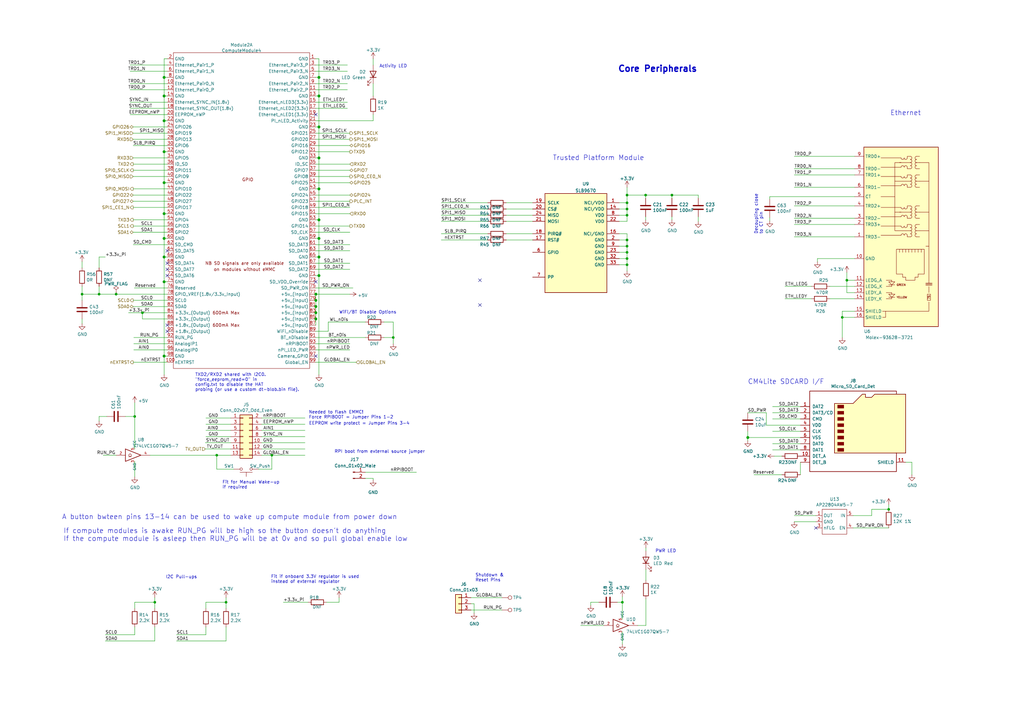
<source format=kicad_sch>
(kicad_sch (version 20211123) (generator eeschema)
  (paper "A3")
  (title_block (title "Yak") (date "2022-02-01") (rev "2") (company "Pionix GmbH") (comment 1 "Cornelius Claussen"))
  (junction (at 364.49 208.915))
  (junction (at 67.31 105.41) (diameter 1.016))
  (junction (at 67.31 74.93) (diameter 1.016))
  (junction (at 130.81 97.79) (diameter 1.016))
  (junction (at 67.31 97.79) (diameter 1.016))
  (junction (at 306.705 179.451) (diameter 1.016))
  (junction (at 63.5 247.015))
  (junction (at 55.245 170.815))
  (junction (at 129.54 125.73) (diameter 1.016))
  (junction (at 130.81 31.75) (diameter 1.016))
  (junction (at 347.345 114.935))
  (junction (at 275.59 80.01))
  (junction (at 130.81 39.37) (diameter 1.016))
  (junction (at 130.81 52.07) (diameter 1.016))
  (junction (at 257.175 83.185))
  (junction (at 130.81 113.03) (diameter 1.016))
  (junction (at 67.31 62.23) (diameter 1.016))
  (junction (at 92.71 247.015))
  (junction (at 130.81 77.47) (diameter 1.016))
  (junction (at 67.31 87.63) (diameter 1.016))
  (junction (at 257.175 103.505))
  (junction (at 257.175 85.725))
  (junction (at 257.175 88.265))
  (junction (at 67.31 49.53) (diameter 1.016))
  (junction (at 67.31 39.37) (diameter 1.016))
  (junction (at 129.54 123.19) (diameter 1.016))
  (junction (at 111.506 186.69))
  (junction (at 255.27 247.015))
  (junction (at 67.31 115.57) (diameter 1.016))
  (junction (at 257.175 100.965))
  (junction (at 58.42 128.27))
  (junction (at 67.31 31.75) (diameter 1.016))
  (junction (at 257.175 108.585))
  (junction (at 33.655 120.65))
  (junction (at 129.54 120.65) (diameter 1.016))
  (junction (at 130.81 64.77) (diameter 1.016))
  (junction (at 129.54 128.27) (diameter 1.016))
  (junction (at 88.9 186.69))
  (junction (at 257.175 106.045))
  (junction (at 345.44 130.175))
  (junction (at 161.29 138.43))
  (junction (at 257.175 98.425))
  (junction (at 40.64 120.65))
  (junction (at 47.625 120.65))
  (junction (at 67.31 146.05) (diameter 1.016))
  (junction (at 257.175 80.01))
  (junction (at 129.54 130.81) (diameter 1.016))
  (junction (at 130.81 105.41) (diameter 1.016))
  (junction (at 264.795 80.01))
  (junction (at 130.81 90.17) (diameter 1.016))
  (no_connect (at 68.58 110.49))
  (no_connect (at 196.85 114.935))
  (no_connect (at 196.85 125.095))
  (no_connect (at 129.54 146.05))
  (no_connect (at 68.58 102.87))
  (no_connect (at 334.645 216.535))
  (no_connect (at 68.58 107.95))
  (no_connect (at 68.58 133.35))
  (no_connect (at 68.58 135.89))
  (no_connect (at 129.54 115.57))
  (no_connect (at 129.54 46.99))
  (no_connect (at 68.58 113.03))
  (wire (pts (xy 255.27 244.729) (xy 255.27 247.015)))
  (wire (pts (xy 33.655 117.475) (xy 33.655 120.65)))
  (wire (pts (xy 129.54 85.09) (xy 143.51 85.09)))
  (wire (pts (xy 129.54 120.65) (xy 143.51 120.65)))
  (wire (pts (xy 84.201 184.15) (xy 94.615 184.15)))
  (wire (pts (xy 67.31 74.93) (xy 68.58 74.93)))
  (wire (pts (xy 54.61 125.73) (xy 68.58 125.73)))
  (wire (pts (xy 40.64 105.41) (xy 40.64 109.855)))
  (wire (pts (xy 129.54 64.77) (xy 130.81 64.77)))
  (wire (pts (xy 264.922 233.5784) (xy 264.922 238.0234)))
  (wire (pts (xy 129.54 52.07) (xy 130.81 52.07)))
  (wire (pts (xy 207.645 98.425) (xy 218.44 98.425)))
  (wire (pts (xy 107.315 171.45) (xy 125.095 171.45)))
  (wire (pts (xy 53.34 29.21) (xy 68.58 29.21)))
  (wire (pts (xy 130.81 90.17) (xy 130.81 97.79)))
  (wire (pts (xy 130.81 77.47) (xy 130.81 90.17)))
  (wire (pts (xy 153.035 26.67) (xy 153.035 24.13)))
  (wire (pts (xy 129.54 87.63) (xy 143.51 87.63)))
  (wire (pts (xy 47.625 120.65) (xy 68.58 120.65)))
  (wire (pts (xy 207.645 95.885) (xy 218.44 95.885)))
  (wire (pts (xy 317.5 187.071) (xy 320.675 187.071)))
  (wire (pts (xy 53.34 26.67) (xy 68.58 26.67)))
  (wire (pts (xy 340.36 117.475) (xy 350.52 117.475)))
  (wire (pts (xy 67.31 49.53) (xy 67.31 62.23)))
  (wire (pts (xy 129.54 44.45) (xy 142.494 44.45)))
  (wire (pts (xy 207.645 83.185) (xy 218.44 83.185)))
  (wire (pts (xy 129.54 118.11) (xy 144.78 118.11)))
  (wire (pts (xy 255.27 247.015) (xy 255.27 254)))
  (wire (pts (xy 88.9 192.405) (xy 95.885 192.405)))
  (wire (pts (xy 54.61 69.85) (xy 68.58 69.85)))
  (wire (pts (xy 33.655 120.65) (xy 40.64 120.65)))
  (wire (pts (xy 306.705 169.291) (xy 314.325 169.291)))
  (wire (pts (xy 194.437 247.65) (xy 194.437 251.46)))
  (wire (pts (xy 143.51 107.95) (xy 129.54 107.95)))
  (wire (pts (xy 129.54 113.03) (xy 130.81 113.03)))
  (wire (pts (xy 334.645 213.995) (xy 325.755 213.995)))
  (wire (pts (xy 43.18 105.41) (xy 40.64 105.41)))
  (wire (pts (xy 67.31 97.79) (xy 67.31 105.41)))
  (wire (pts (xy 129.54 41.91) (xy 142.494 41.91)))
  (wire (pts (xy 275.59 88.9) (xy 275.59 90.17)))
  (wire (pts (xy 328.295 189.611) (xy 328.295 194.691)))
  (wire (pts (xy 153.035 49.53) (xy 153.035 46.99)))
  (wire (pts (xy 349.885 211.455) (xy 357.505 211.455)))
  (wire (pts (xy 180.975 83.185) (xy 200.025 83.185)))
  (wire (pts (xy 67.31 62.23) (xy 68.58 62.23)))
  (wire (pts (xy 88.9 192.405) (xy 88.9 186.69)))
  (wire (pts (xy 116.205 247.015) (xy 126.365 247.015)))
  (wire (pts (xy 334.645 211.455) (xy 325.755 211.455)))
  (wire (pts (xy 54.61 80.01) (xy 68.58 80.01)))
  (wire (pts (xy 67.31 146.05) (xy 67.31 153.67)))
  (wire (pts (xy 129.54 29.21) (xy 142.494 29.21)))
  (wire (pts (xy 129.54 54.61) (xy 143.51 54.61)))
  (wire (pts (xy 67.31 87.63) (xy 67.31 97.79)))
  (wire (pts (xy 67.31 105.41) (xy 68.58 105.41)))
  (wire (pts (xy 42.291 186.69) (xy 47.625 186.69)))
  (wire (pts (xy 130.81 24.13) (xy 130.81 31.75)))
  (wire (pts (xy 129.54 57.15) (xy 143.51 57.15)))
  (wire (pts (xy 54.864 143.51) (xy 68.58 143.51)))
  (wire (pts (xy 143.51 95.25) (xy 129.54 95.25)))
  (wire (pts (xy 328.295 169.291) (xy 316.865 169.291)))
  (wire (pts (xy 58.42 128.27) (xy 68.58 128.27)))
  (wire (pts (xy 54.61 92.71) (xy 68.58 92.71)))
  (wire (pts (xy 325.755 71.755) (xy 350.52 71.755)))
  (wire (pts (xy 84.201 181.61) (xy 94.615 181.61)))
  (wire (pts (xy 325.755 69.215) (xy 350.52 69.215)))
  (wire (pts (xy 193.167 247.65) (xy 194.437 247.65)))
  (wire (pts (xy 84.455 179.07) (xy 94.615 179.07)))
  (wire (pts (xy 180.975 88.265) (xy 200.025 88.265)))
  (wire (pts (xy 53.34 34.29) (xy 68.58 34.29)))
  (wire (pts (xy 264.922 245.6434) (xy 264.922 256.54)))
  (wire (pts (xy 242.316 247.015) (xy 245.618 247.015)))
  (wire (pts (xy 242.316 248.285) (xy 242.316 247.015)))
  (wire (pts (xy 129.54 69.85) (xy 143.51 69.85)))
  (wire (pts (xy 129.54 26.67) (xy 142.494 26.67)))
  (wire (pts (xy 257.175 88.265) (xy 257.175 85.725)))
  (wire (pts (xy 254 88.265) (xy 257.175 88.265)))
  (wire (pts (xy 52.705 128.27) (xy 58.42 128.27)))
  (wire (pts (xy 67.31 115.57) (xy 68.58 115.57)))
  (wire (pts (xy 325.755 64.135) (xy 350.52 64.135)))
  (wire (pts (xy 43.18 260.35) (xy 55.245 260.35)))
  (wire (pts (xy 55.245 257.175) (xy 55.245 260.35)))
  (wire (pts (xy 84.455 171.45) (xy 94.615 171.45)))
  (wire (pts (xy 328.295 184.531) (xy 316.865 184.531)))
  (wire (pts (xy 129.54 128.27) (xy 129.54 130.81)))
  (wire (pts (xy 129.54 148.59) (xy 146.05 148.59)))
  (wire (pts (xy 129.54 80.01) (xy 143.51 80.01)))
  (wire (pts (xy 130.81 31.75) (xy 130.81 39.37)))
  (wire (pts (xy 193.167 250.19) (xy 205.867 250.19)))
  (wire (pts (xy 315.722 80.645) (xy 350.52 80.645)))
  (wire (pts (xy 106.045 192.405) (xy 111.506 192.405)))
  (wire (pts (xy 111.506 192.405) (xy 111.506 186.69)))
  (wire (pts (xy 129.54 102.87) (xy 143.51 102.87)))
  (wire (pts (xy 54.61 59.69) (xy 68.58 59.69)))
  (wire (pts (xy 139.065 245.11) (xy 139.065 247.015)))
  (wire (pts (xy 139.065 247.015) (xy 133.985 247.015)))
  (wire (pts (xy 54.61 90.17) (xy 68.58 90.17)))
  (wire (pts (xy 54.61 57.15) (xy 68.58 57.15)))
  (wire (pts (xy 58.42 130.81) (xy 68.58 130.81)))
  (wire (pts (xy 47.625 120.015) (xy 47.625 120.65)))
  (wire (pts (xy 53.34 46.99) (xy 68.58 46.99)))
  (wire (pts (xy 54.61 82.55) (xy 68.58 82.55)))
  (wire (pts (xy 68.58 146.05) (xy 67.31 146.05)))
  (wire (pts (xy 111.506 186.69) (xy 125.095 186.69)))
  (wire (pts (xy 107.315 186.69) (xy 111.506 186.69)))
  (wire (pts (xy 130.81 113.03) (xy 130.81 153.67)))
  (wire (pts (xy 315.722 80.645) (xy 315.722 81.661)))
  (wire (pts (xy 315.722 89.281) (xy 315.722 90.551)))
  (wire (pts (xy 129.54 34.29) (xy 142.494 34.29)))
  (wire (pts (xy 67.31 87.63) (xy 68.58 87.63)))
  (wire (pts (xy 180.975 85.725) (xy 200.025 85.725)))
  (wire (pts (xy 349.885 216.535) (xy 364.49 216.535)))
  (wire (pts (xy 54.61 148.59) (xy 68.58 148.59)))
  (wire (pts (xy 107.315 173.99) (xy 125.095 173.99)))
  (wire (pts (xy 107.315 181.61) (xy 125.095 181.61)))
  (wire (pts (xy 54.61 52.07) (xy 68.58 52.07)))
  (wire (pts (xy 347.345 120.015) (xy 347.345 114.935)))
  (wire (pts (xy 350.52 120.015) (xy 347.345 120.015)))
  (wire (pts (xy 67.31 31.75) (xy 67.31 39.37)))
  (wire (pts (xy 129.54 82.55) (xy 143.51 82.55)))
  (wire (pts (xy 254 90.805) (xy 257.175 90.805)))
  (wire (pts (xy 257.175 90.805) (xy 257.175 88.265)))
  (wire (pts (xy 153.035 196.215) (xy 153.035 196.85)))
  (wire (pts (xy 55.245 165.1762) (xy 55.245 170.815)))
  (wire (pts (xy 55.245 170.815) (xy 55.245 184.15)))
  (wire (pts (xy 207.645 88.265) (xy 218.44 88.265)))
  (wire (pts (xy 340.36 122.555) (xy 350.52 122.555)))
  (wire (pts (xy 129.54 77.47) (xy 130.81 77.47)))
  (wire (pts (xy 130.81 64.77) (xy 130.81 77.47)))
  (wire (pts (xy 84.455 173.99) (xy 94.615 173.99)))
  (wire (pts (xy 54.864 138.43) (xy 68.58 138.43)))
  (wire (pts (xy 92.71 245.11) (xy 92.71 247.015)))
  (wire (pts (xy 345.44 127.635) (xy 345.44 130.175)))
  (wire (pts (xy 350.52 127.635) (xy 345.44 127.635)))
  (wire (pts (xy 54.61 64.77) (xy 68.58 64.77)))
  (wire (pts (xy 54.61 72.39) (xy 68.58 72.39)))
  (wire (pts (xy 364.49 208.915) (xy 357.505 208.915)))
  (wire (pts (xy 129.54 123.19) (xy 129.54 125.73)))
  (wire (pts (xy 68.58 39.37) (xy 67.31 39.37)))
  (wire (pts (xy 254 103.505) (xy 257.175 103.505)))
  (wire (pts (xy 257.175 103.505) (xy 257.175 106.045)))
  (wire (pts (xy 238.125 256.54) (xy 247.65 256.54)))
  (wire (pts (xy 254 85.725) (xy 257.175 85.725)))
  (wire (pts (xy 257.175 85.725) (xy 257.175 83.185)))
  (wire (pts (xy 129.54 74.93) (xy 143.51 74.93)))
  (wire (pts (xy 264.795 88.9) (xy 264.795 90.17)))
  (wire (pts (xy 68.58 24.13) (xy 67.31 24.13)))
  (wire (pts (xy 129.54 62.23) (xy 143.51 62.23)))
  (wire (pts (xy 180.975 95.885) (xy 200.025 95.885)))
  (wire (pts (xy 33.655 123.19) (xy 33.655 120.65)))
  (wire (pts (xy 129.54 92.71) (xy 143.51 92.71)))
  (wire (pts (xy 149.86 193.675) (xy 170.815 193.675)))
  (wire (pts (xy 207.645 85.725) (xy 218.44 85.725)))
  (wire (pts (xy 374.015 189.611) (xy 374.015 194.691)))
  (wire (pts (xy 325.755 92.075) (xy 350.52 92.075)))
  (wire (pts (xy 129.54 90.17) (xy 130.81 90.17)))
  (wire (pts (xy 180.975 90.805) (xy 200.025 90.805)))
  (wire (pts (xy 264.795 80.01) (xy 257.175 80.01)))
  (wire (pts (xy 264.795 81.28) (xy 264.795 80.01)))
  (wire (pts (xy 264.922 224.6884) (xy 264.922 225.9584)))
  (wire (pts (xy 130.81 52.07) (xy 130.81 64.77)))
  (wire (pts (xy 129.54 72.39) (xy 143.51 72.39)))
  (wire (pts (xy 129.54 49.53) (xy 153.035 49.53)))
  (wire (pts (xy 286.385 88.9) (xy 286.385 90.805)))
  (wire (pts (xy 43.18 262.89) (xy 63.5 262.89)))
  (wire (pts (xy 63.5 257.175) (xy 63.5 262.89)))
  (wire (pts (xy 254 106.045) (xy 257.175 106.045)))
  (wire (pts (xy 257.175 108.585) (xy 257.175 111.125)))
  (wire (pts (xy 257.175 106.045) (xy 257.175 108.585)))
  (wire (pts (xy 306.705 176.911) (xy 306.705 179.451)))
  (wire (pts (xy 275.59 80.01) (xy 286.385 80.01)))
  (wire (pts (xy 264.795 80.01) (xy 275.59 80.01)))
  (wire (pts (xy 286.385 81.28) (xy 286.385 80.01)))
  (wire (pts (xy 54.864 140.97) (xy 68.58 140.97)))
  (wire (pts (xy 107.315 176.53) (xy 125.095 176.53)))
  (wire (pts (xy 364.49 207.01) (xy 364.49 208.915)))
  (wire (pts (xy 134.62 132.08) (xy 149.86 132.08)))
  (wire (pts (xy 134.62 135.89) (xy 134.62 132.08)))
  (wire (pts (xy 129.54 39.37) (xy 130.81 39.37)))
  (wire (pts (xy 43.815 170.815) (xy 40.64 170.815)))
  (wire (pts (xy 40.64 170.815) (xy 40.64 172.72)))
  (wire (pts (xy 33.655 130.81) (xy 33.655 132.715)))
  (wire (pts (xy 55.0672 118.11) (xy 68.58 118.11)))
  (wire (pts (xy 67.31 39.37) (xy 67.31 49.53)))
  (wire (pts (xy 321.945 122.555) (xy 332.74 122.555)))
  (wire (pts (xy 161.29 138.43) (xy 161.29 140.97)))
  (wire (pts (xy 157.48 138.43) (xy 161.29 138.43)))
  (wire (pts (xy 54.61 67.31) (xy 68.58 67.31)))
  (wire (pts (xy 143.51 100.33) (xy 129.54 100.33)))
  (wire (pts (xy 371.475 189.611) (xy 374.015 189.611)))
  (wire (pts (xy 149.86 196.215) (xy 153.035 196.215)))
  (wire (pts (xy 325.755 97.155) (xy 350.52 97.155)))
  (wire (pts (xy 328.295 174.371) (xy 314.325 174.371)))
  (wire (pts (xy 129.54 143.51) (xy 143.51 143.51)))
  (wire (pts (xy 253.238 247.015) (xy 255.27 247.015)))
  (wire (pts (xy 130.81 97.79) (xy 130.81 105.41)))
  (wire (pts (xy 61.595 186.69) (xy 88.9 186.69)))
  (wire (pts (xy 67.31 115.57) (xy 67.31 146.05)))
  (wire (pts (xy 325.755 84.455) (xy 350.52 84.455)))
  (wire (pts (xy 53.34 44.45) (xy 68.58 44.45)))
  (wire (pts (xy 129.54 120.65) (xy 129.54 123.19)))
  (wire (pts (xy 130.81 39.37) (xy 130.81 52.07)))
  (wire (pts (xy 54.61 100.33) (xy 68.58 100.33)))
  (wire (pts (xy 345.44 138.43) (xy 345.44 130.175)))
  (wire (pts (xy 345.44 130.175) (xy 350.52 130.175)))
  (wire (pts (xy 88.9 186.69) (xy 94.615 186.69)))
  (wire (pts (xy 58.42 130.81) (xy 58.42 128.27)))
  (wire (pts (xy 328.295 176.911) (xy 316.865 176.911)))
  (wire (pts (xy 68.58 31.75) (xy 67.31 31.75)))
  (wire (pts (xy 316.865 181.991) (xy 328.295 181.991)))
  (wire (pts (xy 193.167 245.11) (xy 205.867 245.11)))
  (wire (pts (xy 180.975 98.425) (xy 200.025 98.425)))
  (wire (pts (xy 54.61 54.61) (xy 68.58 54.61)))
  (wire (pts (xy 129.54 140.97) (xy 143.51 140.97)))
  (wire (pts (xy 207.645 90.805) (xy 218.44 90.805)))
  (wire (pts (xy 40.64 120.65) (xy 47.625 120.65)))
  (wire (pts (xy 67.31 105.41) (xy 67.31 115.57)))
  (wire (pts (xy 357.505 208.915) (xy 357.505 211.455)))
  (wire (pts (xy 129.54 59.69) (xy 143.51 59.69)))
  (wire (pts (xy 129.54 135.89) (xy 134.62 135.89)))
  (wire (pts (xy 314.325 174.371) (xy 314.325 169.291)))
  (wire (pts (xy 335.28 106.045) (xy 350.52 106.045)))
  (wire (pts (xy 335.28 107.315) (xy 335.28 106.045)))
  (wire (pts (xy 107.315 184.15) (xy 125.095 184.15)))
  (wire (pts (xy 84.455 257.175) (xy 84.455 260.35)))
  (wire (pts (xy 129.54 138.43) (xy 149.86 138.43)))
  (wire (pts (xy 55.245 189.23) (xy 55.245 195.58)))
  (wire (pts (xy 129.54 125.73) (xy 129.54 128.27)))
  (wire (pts (xy 129.54 31.75) (xy 130.81 31.75)))
  (wire (pts (xy 54.61 77.47) (xy 68.58 77.47)))
  (wire (pts (xy 129.54 105.41) (xy 130.81 105.41)))
  (wire (pts (xy 129.54 110.49) (xy 143.51 110.49)))
  (wire (pts (xy 107.315 179.07) (xy 125.095 179.07)))
  (wire (pts (xy 40.64 117.475) (xy 40.64 120.65)))
  (wire (pts (xy 72.39 262.89) (xy 92.71 262.89)))
  (wire (pts (xy 255.27 259.08) (xy 255.27 264.16)))
  (wire (pts (xy 309.245 194.691) (xy 320.675 194.691)))
  (wire (pts (xy 129.54 67.31) (xy 143.51 67.31)))
  (wire (pts (xy 53.34 41.91) (xy 68.58 41.91)))
  (wire (pts (xy 306.705 179.451) (xy 306.705 180.721)))
  (wire (pts (xy 321.945 117.475) (xy 332.74 117.475)))
  (wire (pts (xy 55.245 249.555) (xy 55.245 247.015)))
  (wire (pts (xy 63.5 247.015) (xy 63.5 249.555)))
  (wire (pts (xy 55.245 247.015) (xy 63.5 247.015)))
  (wire (pts (xy 63.5 245.11) (xy 63.5 247.015)))
  (wire (pts (xy 347.345 111.76) (xy 347.345 114.935)))
  (wire (pts (xy 347.345 114.935) (xy 350.52 114.935)))
  (wire (pts (xy 67.31 49.53) (xy 68.58 49.53)))
  (wire (pts (xy 257.175 83.185) (xy 254 83.185)))
  (wire (pts (xy 257.175 80.01) (xy 257.175 83.185)))
  (wire (pts (xy 257.175 76.835) (xy 257.175 80.01)))
  (wire (pts (xy 129.54 97.79) (xy 130.81 97.79)))
  (wire (pts (xy 261.62 256.54) (xy 264.922 256.54)))
  (wire (pts (xy 54.61 95.25) (xy 68.58 95.25)))
  (wire (pts (xy 316.865 171.831) (xy 328.295 171.831)))
  (wire (pts (xy 92.71 247.015) (xy 92.71 249.555)))
  (wire (pts (xy 67.31 62.23) (xy 67.31 74.93)))
  (wire (pts (xy 129.54 130.81) (xy 129.54 133.35)))
  (wire (pts (xy 129.54 24.13) (xy 130.81 24.13)))
  (wire (pts (xy 157.48 132.08) (xy 161.29 132.08)))
  (wire (pts (xy 161.29 132.08) (xy 161.29 138.43)))
  (wire (pts (xy 129.54 36.83) (xy 142.494 36.83)))
  (wire (pts (xy 254 108.585) (xy 257.175 108.585)))
  (wire (pts (xy 316.865 166.751) (xy 328.295 166.751)))
  (wire (pts (xy 84.455 247.015) (xy 92.71 247.015)))
  (wire (pts (xy 72.39 260.35) (xy 84.455 260.35)))
  (wire (pts (xy 325.755 76.835) (xy 350.52 76.835)))
  (wire (pts (xy 84.455 249.555) (xy 84.455 247.015)))
  (wire (pts (xy 67.31 74.93) (xy 67.31 87.63)))
  (wire (pts (xy 325.755 89.535) (xy 350.52 89.535)))
  (wire (pts (xy 257.175 98.425) (xy 257.175 100.965)))
  (wire (pts (xy 254 98.425) (xy 257.175 98.425)))
  (wire (pts (xy 67.31 24.13) (xy 67.31 31.75)))
  (wire (pts (xy 54.61 85.09) (xy 68.58 85.09)))
  (wire (pts (xy 254 95.885) (xy 257.175 95.885)))
  (wire (pts (xy 257.175 95.885) (xy 257.175 98.425)))
  (wire (pts (xy 130.81 105.41) (xy 130.81 113.03)))
  (wire (pts (xy 51.435 170.815) (xy 55.245 170.815)))
  (wire (pts (xy 254 100.965) (xy 257.175 100.965)))
  (wire (pts (xy 257.175 100.965) (xy 257.175 103.505)))
  (wire (pts (xy 67.31 97.79) (xy 68.58 97.79)))
  (wire (pts (xy 84.455 176.53) (xy 94.615 176.53)))
  (wire (pts (xy 275.59 81.28) (xy 275.59 80.01)))
  (wire (pts (xy 92.71 257.175) (xy 92.71 262.89)))
  (wire (pts (xy 53.34 36.83) (xy 68.58 36.83)))
  (wire (pts (xy 33.655 107.315) (xy 33.655 109.855)))
  (wire (pts (xy 306.705 179.451) (xy 328.295 179.451)))
  (wire (pts (xy 153.035 34.29) (xy 153.035 39.37)))
  (wire (pts (xy 54.61 123.19) (xy 68.58 123.19)))
  (text "A button bwteen pins 13-14 can be used to wake up compute module from power down\n\n" (at 25.4 216.535 0) (effects (font (size 2.007 2.007)) (justify left bottom)))
  (text "Activity LED" (at 155.575 27.94 0) (effects (font (size 1.27 1.27)) (justify left bottom)))
  (text "Ethernet" (at 365.125 47.625 0) (effects (font (size 2.0066 2.0066)) (justify left bottom)))
  (text "Fit for Manual Wake-up \nif required" (at 91.186 200.66 0) (effects (font (size 1.27 1.27)) (justify left bottom)))
  (text "WiFi/BT Disable Options" (at 139.065 128.905 0) (effects (font (size 1.27 1.27)) (justify left bottom)))
  (text "I2C Pull-ups" (at 67.945 237.49 0) (effects (font (size 1.27 1.27)) (justify left bottom)))
  (text "TXD2/RXD2 shared with I2C0.  \n\"force_eeprom_read=0\" in \nconfig.txt to disable the HAT \nprobing (or use a custom dt-blob.bin file).\n" (at 80.01 160.655 0) (effects (font (size 1.27 1.27)) (justify left bottom)))
  (text "EEPROM write protect = Jumper Pins 3-4\n\n" (at 168.021 176.53 180) (effects (font (size 1.27 1.27)) (justify right bottom)))
  (text "If compute modules is awake RUN_PG will be high so the button doesn't do anything\nIf the compute module is asleep then RUN_PG will be at 0v and so pull global enable low" (at 26.035 222.25 0) (effects (font (size 2.007 2.007)) (justify left bottom)))
  (text "Fit if onboard 3.3V regulator is used \ninstead of external regulator" (at 111.125 239.395 0) (effects (font (size 1.27 1.27)) (justify left bottom)))
  (text "Decoupling close \nto CT pin" (at 312.928 96.139 90) (effects (font (size 1.27 1.27)) (justify left bottom)))
  (text "RPI boot from external source jumper" (at 137.16 186.055 0) (effects (font (size 1.27 1.27)) (justify left bottom)))
  (text "CM4Lite SDCARD I/F" (at 306.705 157.861 0) (effects (font (size 2.007 2.007)) (justify left bottom)))
  (text "Needed to flash EMMC!\nForce RPIBOOT = Jumper Pins 1-2 \n" (at 126.619 171.958 0) (effects (font (size 1.27 1.27)) (justify left bottom)))
  (text "Core Peripherals" (at 253.365 29.845 0) (effects (font (size 2.54 2.54) (thickness 0.508) bold) (justify left bottom)))
  (text "Shutdown & \nReset Pins" (at 194.945 238.76 0) (effects (font (size 1.27 1.27)) (justify left bottom)))
  (text "Trusted Platform Module" (at 226.695 66.04 0) (effects (font (size 2.0066 2.0066)) (justify left bottom)))
  (text "PWR LED" (at 268.732 226.822 0) (effects (font (size 1.27 1.27)) (justify left bottom)))
  (label "SD_DAT3" (at 140.97 100.33 180))
  (label "TRD1_N" (at 325.755 76.835 0))
  (label "AIN0" (at 89.535 176.53 180))
  (label "+3.3v_Pi" (at 52.705 128.27 0))
  (label "SLB_PIRQ" (at 182.245 95.885 0))
  (label "SYNC_OUT" (at 94.107 181.61 180))
  (label "SD_PWR_ON" (at 132.08 118.11 0))
  (label "ETH_LEDG" (at 321.945 117.475 0))
  (label "TRD0_P" (at 325.755 64.135 0))
  (label "nEXTRST" (at 182.245 98.425 0))
  (label "SDA1" (at 72.39 262.89 0))
  (label "Reserved" (at 317.5 194.691 180))
  (label "SD_DAT1" (at 319.405 184.531 0))
  (label "BT_nDis" (at 142.0876 138.43 180))
  (label "nRPIBOOT" (at 143.51 140.97 180))
  (label "SD_CLK" (at 139.7 95.25 180))
  (label "GND" (at 89.535 171.45 180))
  (label "SPI1_SCLK" (at 132.08 54.61 0))
  (label "Reserved" (at 55.245 118.11 0))
  (label "TRD2_P" (at 325.755 84.455 0))
  (label "ETH_LEDY" (at 132.334 41.91 0))
  (label "SD_PWR" (at 325.755 211.455 0))
  (label "SCL0" (at 57.785 123.19 0))
  (label "RUN_PG" (at 205.867 250.19 180))
  (label "SPI1_MISO" (at 180.975 88.265 0))
  (label "SD_DAT3" (at 319.405 169.291 0))
  (label "SCL1" (at 72.39 260.35 0))
  (label "SPI1_MOSI" (at 132.08 57.15 0))
  (label "ETH_LEDY" (at 321.945 122.555 0))
  (label "SD_DAT0" (at 319.405 181.991 0))
  (label "SDA0" (at 57.785 125.73 0))
  (label "TRD0_N" (at 325.755 69.215 0))
  (label "AIN0" (at 61.214 143.51 180))
  (label "WL_nDis" (at 142.875 132.08 180))
  (label "SPI1_MOSI" (at 180.975 90.805 0))
  (label "SD_DAT2" (at 140.97 110.49 180))
  (label "TRD0_N" (at 59.69 34.29 180))
  (label "AIN1" (at 61.214 140.97 180))
  (label "SD_DAT2" (at 319.405 166.751 0))
  (label "SD_DAT1" (at 140.97 107.95 180))
  (label "SYNC_IN" (at 60.96 41.91 180))
  (label "GLOBAL_EN" (at 205.867 245.11 180))
  (label "+3.3v_Pi" (at 116.205 247.015 0))
  (label "SDA0" (at 43.18 262.89 0))
  (label "EEPROM_nWP" (at 120.523 173.99 180))
  (label "GLOBAL_EN" (at 118.491 186.69 180))
  (label "nPWR_LED" (at 238.125 256.54 0))
  (label "GND" (at 89.535 179.07 180))
  (label "SDA1" (at 57.785 95.25 0))
  (label "SPI1_SCLK" (at 180.975 83.185 0))
  (label "SD_PWR" (at 306.705 169.291 0))
  (label "TRD3_N" (at 325.755 97.155 0))
  (label "SLB_PIRQ" (at 54.61 59.69 0))
  (label "SPI1_CE0_N" (at 180.975 85.725 0))
  (label "+3.3v_Pi" (at 43.18 105.41 0))
  (label "SYNC_OUT" (at 62.484 44.45 180))
  (label "TRD1_P" (at 59.69 26.67 180))
  (label "TRD3_P" (at 325.755 92.075 0))
  (label "nRPIBOOT" (at 117.221 171.45 180))
  (label "EEPROM_nWP" (at 65.532 46.99 180))
  (label "TRD2_P" (at 132.334 36.83 0))
  (label "SPI1_CE0_N" (at 143.51 85.09 180))
  (label "SCL1" (at 57.785 92.71 0))
  (label "SD_CMD" (at 319.405 171.831 0))
  (label "TRD3_P" (at 132.334 26.67 0))
  (label "SPI1_MISO" (at 57.15 54.61 0))
  (label "ETH_LEDG" (at 132.334 44.45 0))
  (label "SD_CLK" (at 319.405 176.911 0))
  (label "SD_DAT0" (at 140.97 102.87 180))
  (label "AIN1" (at 112.395 176.53 180))
  (label "SYNC_IN" (at 115.951 179.07 180))
  (label "RUN_PG" (at 65.024 138.43 180))
  (label "GND" (at 111.887 181.61 180))
  (label "nPWR_LED" (at 143.51 143.51 180))
  (label "SCL0" (at 43.18 260.35 0))
  (label "TRD2_N" (at 325.755 89.535 0))
  (label "TRD1_N" (at 59.69 29.21 180))
  (label "TV_OUT" (at 91.567 184.15 180))
  (label "GND" (at 111.887 184.15 180))
  (label "TRD3_N" (at 132.334 29.21 0))
  (label "GLOBAL_EN" (at 143.51 148.59 180))
  (label "GND" (at 89.535 173.99 180))
  (label "TRD2_N" (at 132.334 34.29 0))
  (label "SD_CMD" (at 62.23 100.33 180))
  (label "RUN_PG" (at 47.371 186.69 180))
  (label "SD_PWR_ON" (at 351.155 216.535 0))
  (label "nEXTRST" (at 57.785 148.59 0))
  (label "TRD1_P" (at 325.755 71.755 0))
  (label "TRD0_P" (at 59.69 36.83 180))
  (label "nRPIBOOT" (at 169.545 193.675 180))
  (hierarchical_label "SPI1_CE1_N" (shape output) (at 54.61 85.09 180))
  (hierarchical_label "GPIO26" (shape bidirectional) (at 54.61 52.07 180))
  (hierarchical_label "SPI0_MOSI" (shape output) (at 54.61 77.47 180))
  (hierarchical_label "GPIO27" (shape bidirectional) (at 54.61 82.55 180))
  (hierarchical_label "SCL1" (shape output) (at 54.61 92.71 180))
  (hierarchical_label "TXD3" (shape output) (at 54.61 90.17 180))
  (hierarchical_label "SPI1_SCLK" (shape output) (at 143.51 54.61 0))
  (hierarchical_label "GPIO24" (shape bidirectional) (at 143.51 80.01 0))
  (hierarchical_label "SPI0_MISO" (shape input) (at 54.61 72.39 180))
  (hierarchical_label "RXD5" (shape input) (at 54.61 57.15 180))
  (hierarchical_label "SPI0_CE0_N" (shape output) (at 143.51 72.39 0))
  (hierarchical_label "SDA0" (shape bidirectional) (at 54.61 125.73 180))
  (hierarchical_label "nEXTRST" (shape output) (at 54.61 148.59 180))
  (hierarchical_label "PLC_INT" (shape output) (at 143.51 82.55 0))
  (hierarchical_label "GLOBAL_EN" (shape input) (at 146.05 148.59 0))
  (hierarchical_label "SPI0_SCLK" (shape output) (at 54.61 69.85 180))
  (hierarchical_label "GPIO7" (shape bidirectional) (at 143.51 69.85 0))
  (hierarchical_label "TXD0" (shape output) (at 143.51 92.71 0))
  (hierarchical_label "RXD2" (shape input) (at 143.51 67.31 0))
  (hierarchical_label "TV_OUT" (shape input) (at 84.201 184.15 180))
  (hierarchical_label "RXD3" (shape input) (at 54.61 64.77 180))
  (hierarchical_label "RXD0" (shape input) (at 143.51 87.63 0))
  (hierarchical_label "TXD5" (shape output) (at 143.51 62.23 0))
  (hierarchical_label "SCL0" (shape output) (at 54.61 123.19 180))
  (hierarchical_label "GPIO22" (shape bidirectional) (at 54.61 80.01 180))
  (hierarchical_label "SPI1_MISO" (shape input) (at 54.61 54.61 180))
  (hierarchical_label "GPIO25" (shape bidirectional) (at 143.51 74.93 0))
  (hierarchical_label "SPI1_MOSI" (shape output) (at 143.51 57.15 0))
  (hierarchical_label "TXD2" (shape output) (at 54.61 67.31 180))
  (hierarchical_label "GPIO16" (shape bidirectional) (at 143.51 59.69 0))
  (hierarchical_label "SDA1" (shape bidirectional) (at 54.61 95.25 180))
  (symbol (lib_id "CM4IO:74LVC1G07_copy") (at 255.27 256.54 0) (unit 1)
    (property "Reference" "U10" (at 256.794 254 0) (effects (justify left)))
    (property "Value" "74LVC1G07QW5-7" (at 256.794 259.08 0) (effects (justify left)))
    (property "Footprint" "Package_TO_SOT_SMD:SOT-23-5" (effects hide))
    (property "Datasheet" "http://www.ti.com/lit/sg/scyt129e/scyt129e.pdf" (effects hide))
    (property "Field4" "Digikey" (effects hide))
    (property "Field5" "74LVC1G07QW5-7CT-ND" (effects hide))
    (property "Field6" "74LVC1G07QW5-7" (effects hide))
    (property "Field7" "Diodes" (effects hide))
    (property "Part Description" "Buffer, Non-Inverting 1 Element 1 Bit per Element Open Drain Output SOT-353" (effects hide))
  )
  (symbol (lib_id "CM4IO:74LVC1G07_copy") (at 55.245 186.69 0) (unit 1)
    (property "Reference" "U8" (at 57.785 180.34 0))
    (property "Value" "74LVC1G07QW5-7" (at 64.389 182.88 0))
    (property "Footprint" "Package_TO_SOT_SMD:SOT-23-5" (effects hide))
    (property "Datasheet" "http://www.ti.com/lit/sg/scyt129e/scyt129e.pdf" (effects hide))
    (property "Field4" "Digikey" (effects hide))
    (property "Field5" "74LVC1G07QW5-7CT-ND" (effects hide))
    (property "Field6" "74LVC1G07QW5-7" (effects hide))
    (property "Field7" "Diodes" (effects hide))
    (property "Part Description" "Buffer, Non-Inverting 1 Element 1 Bit per Element Open Drain Output SOT-353" (effects hide))
  )
  (symbol (lib_id "power:GND") (at 55.245 195.58 0) (unit 1)
    (property "Reference" "#PWR052" (effects hide))
    (property "Value" "GND" (at 55.372 199.9742 0))
  )
  (symbol (lib_id "Pionix:AP22804AW5") (at 343.535 221.615 0) (unit 1)
    (property "Reference" "U13" (at 342.265 204.724 0))
    (property "Value" "AP22804AW5-7" (at 342.265 207.0354 0))
    (property "Footprint" "Package_TO_SOT_SMD:SOT-23-5" (effects hide))
    (property "Datasheet" "https://www.richtek.com/assets/product_file/RT9742/DS9742-00.pdf" (effects hide))
    (property "Field4" "Digikey" (effects hide))
    (property "Field5" "AP22804AW5-7DICT-ND" (effects hide))
    (property "Field6" "AP22804AW5-7" (effects hide))
    (property "Field7" "Diodes" (effects hide))
    (property "Part Description" "Power Switch/Driver 1:1 N-Channel 2.5A TSOT-23-5" (effects hide))
  )
  (symbol (lib_id "power:GND") (at 325.755 213.995 0) (unit 1)
    (property "Reference" "#PWR075" (effects hide))
    (property "Value" "GND" (at 325.882 218.3892 0))
  )
  (symbol (lib_id "Pionix:ComputeModule4-CM4") (at 101.6 80.01 0) (unit 1)
    (property "Reference" "Module2" (at 99.06 18.415 0))
    (property "Value" "ComputeModule4" (at 99.06 20.7264 0))
    (property "Footprint" "CM4IO:Raspberry-Pi-4-Compute-Module" (effects hide))
    (property "Field4" "Farnell" (effects hide))
    (property "Field5" "2427679" (effects hide))
    (property "Field6" "2off DF40C-100DS-0.4V" (effects hide))
    (property "Field7" "Hirose" (effects hide))
    (property "Part Description" "100 Position Connector Receptacle, Center Strip Contacts Surface Mount Gold" (effects hide))
  )
  (symbol (lib_id "Device:C") (at 306.705 173.101 0) (unit 1)
    (property "Reference" "C24" (at 309.626 171.9326 0) (effects (justify left)))
    (property "Value" "10uF" (at 309.626 174.244 0) (effects (justify left)))
    (property "Footprint" "Capacitor_SMD:C_0805_2012Metric" (effects hide))
    (property "Field5" "587-3319-1-ND" (effects hide))
    (property "Field4" "Digikey" (effects hide))
    (property "Field6" "EMK212BB7106MG-T" (effects hide))
    (property "Field7" "Taiyo Yuden" (effects hide))
    (property "STANDARD" "10uF 10% 16V Ceramic Capacitor X7R 0805 (2012 Metric)" (effects hide))
  )
  (symbol (lib_id "Device:R") (at 336.55 117.475 90) (mirror x) (unit 1)
    (property "Reference" "R25" (at 337.82 114.935 90))
    (property "Value" "470R" (at 337.185 120.015 90))
    (property "Footprint" "Resistor_SMD:R_0603_1608Metric" (effects hide))
    (property "Field4" "Farnell" (effects hide))
    (property "Field5" "9239197" (effects hide))
    (property "Field7" "Yageo" (effects hide))
    (property "Field6" "RC0402FR-07470RL" (effects hide))
    (property "STANDARD" "Resistor 470R 50V 0402 M1005 1% 63mW" (effects hide))
  )
  (symbol (lib_id "Device:R") (at 336.55 122.555 90) (mirror x) (unit 1)
    (property "Reference" "R26" (at 336.55 127.635 90))
    (property "Value" "470R" (at 336.55 125.095 90))
    (property "Footprint" "Resistor_SMD:R_0603_1608Metric" (effects hide))
    (property "Field4" "Farnell" (effects hide))
    (property "Field5" "9239197" (effects hide))
    (property "Field7" "Yageo" (effects hide))
    (property "Field6" "RC0402FR-07470RL" (effects hide))
    (property "STANDARD" "Resistor 470R 50V 0402 M1005 1% 63mW" (effects hide))
  )
  (symbol (lib_id "power:GND") (at 67.31 153.67 0) (unit 1)
    (property "Reference" "#PWR054" (effects hide))
    (property "Value" "GND" (at 67.437 158.0642 0))
  )
  (symbol (lib_id "power:GND") (at 130.81 153.67 0) (unit 1)
    (property "Reference" "#PWR056" (effects hide))
    (property "Value" "GND" (at 130.937 158.0642 0))
  )
  (symbol (lib_id "Device:LED") (at 153.035 30.48 270) (mirror x) (unit 1)
    (property "Reference" "D2" (at 150.0632 29.4894 90) (effects (justify right)))
    (property "Value" "LED Green" (at 150.0632 31.8008 90) (effects (justify right)))
    (property "Footprint" "LED_SMD:LED_0603_1608Metric" (effects hide))
    (property "Field4" "Digikey " (effects hide))
    (property "Field5" "LTST-S270KGKT" (effects hide))
    (property "Field6" "SML-A12M8TT86N" (effects hide))
    (property "Field7" "Rohm" (effects hide))
    (property "Part Description" "Green 572nm LED Indication - Discrete 2.2V 2-SMD, No Lead" (effects hide))
  )
  (symbol (lib_id "Device:R") (at 153.035 43.18 0) (unit 1)
    (property "Reference" "R19" (at 154.813 42.0116 0) (effects (justify left)))
    (property "Value" "1K" (at 154.813 44.323 0) (effects (justify left)))
    (property "Footprint" "Resistor_SMD:R_0603_1608Metric" (effects hide))
    (property "Field4" "Farnell" (effects hide))
    (property "Field5" "9239235" (effects hide))
    (property "Field7" "Yageo" (effects hide))
    (property "Field6" "RC0402FR-071KL" (effects hide))
    (property "STANDARD" "Resistor 1K 50V 0402 M1005 1% 63mW" (effects hide))
  )
  (symbol (lib_id "power:GND") (at 255.27 264.16 0) (unit 1)
    (property "Reference" "#PWR067" (effects hide))
    (property "Value" "GND" (at 255.397 268.5542 0))
  )
  (symbol (lib_id "Device:LED") (at 264.922 229.7684 90) (unit 1)
    (property "Reference" "D3" (at 267.8938 228.7778 90) (effects (justify right)))
    (property "Value" "LED Red" (at 267.8938 231.0892 90) (effects (justify right)))
    (property "Footprint" "LED_SMD:LED_0603_1608Metric" (effects hide))
    (property "Field4" "Digikey " (effects hide))
    (property "Field5" "LTST-S270KRKT" (effects hide))
    (property "Field6" "SML-A12U8TT86Q" (effects hide))
    (property "Field7" "Rohm" (effects hide))
    (property "Part Description" "Red 620nm LED Indication - Discrete 2.2V 2-SMD, No Lead" (effects hide))
  )
  (symbol (lib_id "Device:R") (at 264.922 241.8334 0) (unit 1)
    (property "Reference" "R22" (at 266.7 240.665 0) (effects (justify left)))
    (property "Value" "1K" (at 266.7 242.9764 0) (effects (justify left)))
    (property "Footprint" "Resistor_SMD:R_0603_1608Metric" (effects hide))
    (property "Field4" "Farnell" (effects hide))
    (property "Field5" "9239235" (effects hide))
    (property "Field7" "Yageo" (effects hide))
    (property "Field6" "RC0402FR-071KL" (effects hide))
    (property "STANDARD" "Resistor 1K 50V 0402 M1005 1% 63mW" (effects hide))
  )
  (symbol (lib_id "Connector_Generic:Conn_01x03") (at 188.087 247.65 0) (mirror y) (unit 1)
    (property "Reference" "J6" (at 190.1698 239.5982 0))
    (property "Value" "Conn_01x03" (at 190.1698 241.9096 0))
    (property "Footprint" "Connector_PinHeader_1.27mm:PinHeader_1x03_P1.27mm_Vertical" (effects hide))
    (property "Field4" "Farnell" (effects hide))
    (property "Field5" "3226046" (effects hide))
    (property "Field6" "M50-3530342" (effects hide))
    (property "Field7" "Harwin" (effects hide))
    (property "Part Description" "Pin Header, Board-to-Board, 1.27 mm, 1 Rows, 3 Contacts, Through Hole, Archer M50-353" (effects hide))
  )
  (symbol (lib_id "power:GND") (at 194.437 251.46 0) (unit 1)
    (property "Reference" "#PWR061" (effects hide))
    (property "Value" "GND" (at 194.564 255.8542 0))
  )
  (symbol (lib_id "Connector:Micro_SD_Card_Det") (at 351.155 176.911 0) (unit 1)
    (property "Reference" "J8" (at 349.885 156.1592 0))
    (property "Value" "Micro_SD_Card_Det" (at 349.885 158.4706 0))
    (property "Footprint" "CM4IO:SDCARD_MOLEX_503398-1892" (effects hide))
    (property "Datasheet" "https://www.hirose.com/product/en/download_file/key_name/DM3/category/Catalog/doc_file_id/49662/?file_category_id=4&item_id=195&is_series=1" (effects hide))
    (property "Field4" "Farnell" (effects hide))
    (property "Field5" "2358234" (effects hide))
    (property "Field6" "503398-1892" (effects hide))
    (property "Field7" "Molex" (effects hide))
    (property "Part Description" "9 (8 + 1) Position Card Connector microSD™ Surface Mount, Right Angle Gold" (effects hide))
  )
  (symbol (lib_id "power:GND") (at 306.705 180.721 0) (unit 1)
    (property "Reference" "#PWR072" (effects hide))
    (property "Value" "GND" (at 306.832 185.1152 0))
  )
  (symbol (lib_id "power:GND") (at 374.015 194.691 0) (unit 1)
    (property "Reference" "#PWR079" (effects hide))
    (property "Value" "GND" (at 374.142 199.0852 0))
  )
  (symbol (lib_id "Connector_Generic:Conn_02x07_Odd_Even") (at 99.695 179.07 0) (unit 1)
    (property "Reference" "J5" (at 100.965 165.9636 0))
    (property "Value" "Conn_02x07_Odd_Even" (at 100.965 168.275 0))
    (property "Footprint" "Connector_PinHeader_1.27mm:PinHeader_2x07_P1.27mm_Vertical" (effects hide))
    (property "Field4" "Farnell" (effects hide))
    (property "Field5" "2356246" (effects hide))
    (property "Field6" "62201421121" (effects hide))
    (property "Field7" "Wurth" (effects hide))
    (property "Part Description" "Pin Header, Vertical, Board-to-Board, 1.27 mm, 2 Rows, 14 Contacts, Through Hole Straight, WR-PHD" (effects hide))
  )
  (symbol (lib_id "power:GND") (at 345.44 138.43 0) (unit 1)
    (property "Reference" "#PWR077" (effects hide))
    (property "Value" "GND" (at 345.567 142.8242 0))
  )
  (symbol (lib_id "Device:C") (at 275.59 85.09 0) (unit 1)
    (property "Reference" "C22" (at 278.511 83.9216 0) (effects (justify left)))
    (property "Value" "100nF" (at 278.511 86.233 0) (effects (justify left)))
    (property "Footprint" "Capacitor_SMD:C_0603_1608Metric" (effects hide))
    (property "Field4" "Farnell" (effects hide))
    (property "Field5" "9402047RL " (effects hide))
    (property "Field6" "CC0402KRX7R7BB104" (effects hide))
    (property "Field7" "Yageo" (effects hide))
    (property "STANDARD" "100nF 10% 16V Ceramic Capacitor X7R 0402 (1005 Metric)" (effects hide))
  )
  (symbol (lib_id "Device:R") (at 84.455 253.365 0) (unit 1)
    (property "Reference" "R16" (at 86.233 252.1966 0) (effects (justify left)))
    (property "Value" "2.2K" (at 86.233 254.508 0) (effects (justify left)))
    (property "Footprint" "Resistor_SMD:R_0603_1608Metric" (effects hide))
    (property "Field4" "Farnell" (effects hide))
    (property "Field5" "9239278" (effects hide))
    (property "Field7" "Yageo" (effects hide))
    (property "Field6" "RC0402FR-072K2L" (effects hide))
    (property "STANDARD" "Resistor 2.2K 50V 0402 M1005 1% 63mW" (effects hide))
  )
  (symbol (lib_id "Device:C") (at 315.722 85.471 0) (unit 1)
    (property "Reference" "C63" (at 318.643 84.3026 0) (effects (justify left)))
    (property "Value" "100nF" (at 318.643 86.614 0) (effects (justify left)))
    (property "Footprint" "Capacitor_SMD:C_0603_1608Metric" (effects hide))
    (property "Field4" "Farnell" (effects hide))
    (property "Field5" "9402047RL " (effects hide))
    (property "Field6" "CC0402KRX7R7BB104" (effects hide))
    (property "Field7" "Yageo" (effects hide))
    (property "STANDARD" "100nF 10% 16V Ceramic Capacitor X7R 0402 (1005 Metric)" (effects hide))
  )
  (symbol (lib_id "power:+3.3V") (at 264.922 224.6884 0) (unit 1)
    (property "Reference" "#PWR068" (effects hide))
    (property "Value" "+3.3V" (at 264.922 221.0839 0))
  )
  (symbol (lib_id "Device:R") (at 130.175 247.015 90) (unit 1)
    (property "Reference" "R18" (at 130.81 245.11 90) (effects (justify left)))
    (property "Value" "DNF" (at 132.08 248.92 90) (effects (justify left)))
    (property "Footprint" "Resistor_SMD:R_0603_1608Metric" (effects hide))
  )
  (symbol (lib_id "Device:R") (at 203.835 83.185 90) (unit 1)
    (property "Reference" "R63" (at 200.66 85.09 90) (effects (justify left)))
    (property "Value" "DNF" (at 205.74 85.09 90) (effects (justify left)))
    (property "Footprint" "Resistor_SMD:R_0603_1608Metric" (effects hide))
  )
  (symbol (lib_id "Device:R") (at 153.67 132.08 90) (unit 1)
    (property "Reference" "R20" (at 154.305 130.175 90) (effects (justify left)))
    (property "Value" "DNF" (at 155.575 133.985 90) (effects (justify left)))
    (property "Footprint" "Resistor_SMD:R_0603_1608Metric" (effects hide))
  )
  (symbol (lib_id "power:GND") (at 40.64 172.72 0) (unit 1)
    (property "Reference" "#PWR036" (effects hide))
    (property "Value" "GND" (at 40.767 177.1142 0))
  )
  (symbol (lib_id "power:+5V") (at 143.51 120.65 270) (unit 1)
    (property "Reference" "#PWR058" (effects hide))
    (property "Value" "+5V" (at 146.685 121.129 90) (effects (justify left)))
  )
  (symbol (lib_id "power:GND") (at 33.655 132.715 0) (unit 1)
    (property "Reference" "#PWR0158" (effects hide))
    (property "Value" "GND" (at 33.782 137.1092 0))
  )
  (symbol (lib_id "power:GND") (at 315.722 90.551 0) (unit 1)
    (property "Reference" "#PWR041" (effects hide))
    (property "Value" "GND" (at 315.849 94.9452 0))
  )
  (symbol (lib_id "Device:R") (at 63.5 253.365 0) (unit 1)
    (property "Reference" "R15" (at 65.278 252.1966 0) (effects (justify left)))
    (property "Value" "2.2K" (at 65.278 254.508 0) (effects (justify left)))
    (property "Footprint" "Resistor_SMD:R_0603_1608Metric" (effects hide))
    (property "Field4" "Farnell" (effects hide))
    (property "Field5" "9239278" (effects hide))
    (property "Field7" "Yageo" (effects hide))
    (property "Field6" "RC0402FR-072K2L" (effects hide))
    (property "STANDARD" "Resistor 2.2K 50V 0402 M1005 1% 63mW" (effects hide))
  )
  (symbol (lib_id "power:GND") (at 161.29 140.97 0) (unit 1)
    (property "Reference" "#PWR060" (effects hide))
    (property "Value" "GND" (at 161.417 145.3642 0))
  )
  (symbol (lib_id "Device:C") (at 33.655 127 0) (unit 1)
    (property "Reference" "C43" (at 36.576 125.8316 0) (effects (justify left)))
    (property "Value" "100nF" (at 36.576 128.143 0) (effects (justify left)))
    (property "Footprint" "Capacitor_SMD:C_0603_1608Metric" (effects hide))
    (property "Field4" "Farnell" (effects hide))
    (property "Field5" "9402047RL " (effects hide))
    (property "Field6" "CC0402KRX7R7BB104" (effects hide))
    (property "Field7" "Yageo" (effects hide))
    (property "STANDARD" "100nF 10% 16V Ceramic Capacitor X7R 0402 (1005 Metric)" (effects hide))
  )
  (symbol (lib_id "Device:R") (at 203.835 90.805 90) (unit 1)
    (property "Reference" "R66" (at 200.66 92.71 90) (effects (justify left)))
    (property "Value" "DNF" (at 205.74 92.71 90) (effects (justify left)))
    (property "Footprint" "Resistor_SMD:R_0603_1608Metric" (effects hide))
  )
  (symbol (lib_id "power:+3.3V") (at 255.27 244.729 0) (unit 1)
    (property "Reference" "#PWR066" (effects hide))
    (property "Value" "+3.3V" (at 255.27 241.1245 0))
  )
  (symbol (lib_id "Device:C") (at 249.428 247.015 90) (unit 1)
    (property "Reference" "C18" (at 248.2596 244.094 0) (effects (justify left)))
    (property "Value" "100nF" (at 250.571 244.094 0) (effects (justify left)))
    (property "Footprint" "Capacitor_SMD:C_0603_1608Metric" (effects hide))
    (property "Field4" "Farnell" (effects hide))
    (property "Field5" "9402047RL " (effects hide))
    (property "Field6" "CC0402KRX7R7BB104" (effects hide))
    (property "Field7" "Yageo" (effects hide))
    (property "STANDARD" "100nF 10% 16V Ceramic Capacitor X7R 0402 (1005 Metric)" (effects hide))
  )
  (symbol (lib_id "Device:R") (at 92.71 253.365 0) (unit 1)
    (property "Reference" "R17" (at 94.488 252.1966 0) (effects (justify left)))
    (property "Value" "2.2K" (at 94.488 254.508 0) (effects (justify left)))
    (property "Footprint" "Resistor_SMD:R_0603_1608Metric" (effects hide))
    (property "Field4" "Farnell" (effects hide))
    (property "Field5" "9239278" (effects hide))
    (property "Field7" "Yageo" (effects hide))
    (property "Field6" "RC0402FR-072K2L" (effects hide))
    (property "STANDARD" "Resistor 2.2K 50V 0402 M1005 1% 63mW" (effects hide))
  )
  (symbol (lib_id "power:+3.3V") (at 317.5 187.071 90) (unit 1)
    (property "Reference" "#PWR073" (effects hide))
    (property "Value" "+3.3V" (at 308.61 187.071 90) (effects (justify right)))
  )
  (symbol (lib_id "Switch:SW_Push") (at 100.965 192.405 180) (unit 1)
    (property "Reference" "SW1" (at 93.98 191.135 0))
    (property "Value" "SW_Push" (at 106.68 191.135 0))
    (property "Footprint" "Button_Switch_SMD:SW_Push_1P1T_NO_CK_KMR2" (effects hide))
    (property "Field4" "Farnell" (effects hide))
    (property "Field5" "3023215" (effects hide))
    (property "Field6" "PTS810SJK250SMTR LFS" (effects hide))
    (property "Field7" "C&K" (effects hide))
    (property "Part Description" "Tactile Switch, PTSActuated, Surface Mount, Oval Button, 260 gf, 50mA at 16VDC" (effects hide))
  )
  (symbol (lib_id "Device:R") (at 55.245 253.365 0) (unit 1)
    (property "Reference" "R14" (at 57.023 252.1966 0) (effects (justify left)))
    (property "Value" "2.2K" (at 57.023 254.508 0) (effects (justify left)))
    (property "Footprint" "Resistor_SMD:R_0603_1608Metric" (effects hide))
    (property "Field4" "Farnell" (effects hide))
    (property "Field5" "9239278" (effects hide))
    (property "Field7" "Yageo" (effects hide))
    (property "Field6" "RC0402FR-072K2L" (effects hide))
    (property "STANDARD" "Resistor 2.2K 50V 0402 M1005 1% 63mW" (effects hide))
  )
  (symbol (lib_id "power:+3.3V") (at 347.345 111.76 0) (unit 1)
    (property "Reference" "#PWR037" (effects hide))
    (property "Value" "+3.3V" (at 346.075 110.49 0) (effects (justify right)))
  )
  (symbol (lib_id "power:+3.3V") (at 92.71 245.11 0) (unit 1)
    (property "Reference" "#PWR055" (effects hide))
    (property "Value" "+3.3V" (at 92.71 241.5055 0))
  )
  (symbol (lib_id "power:+3.3V") (at 63.5 245.11 0) (unit 1)
    (property "Reference" "#PWR053" (effects hide))
    (property "Value" "+3.3V" (at 63.5 241.5055 0))
  )
  (symbol (lib_id "Device:R") (at 324.485 187.071 90) (unit 1)
    (property "Reference" "R23" (at 323.215 189.611 90) (effects (justify left)))
    (property "Value" "DNF" (at 327.025 189.611 90) (effects (justify left)))
    (property "Footprint" "Resistor_SMD:R_0603_1608Metric" (effects hide))
  )
  (symbol (lib_id "Device:R") (at 40.64 113.665 0) (unit 1)
    (property "Reference" "R57" (at 42.418 112.4966 0) (effects (justify left)))
    (property "Value" "DNF" (at 42.418 114.808 0) (effects (justify left)))
    (property "Footprint" "Resistor_SMD:R_0603_1608Metric" (effects hide))
  )
  (symbol (lib_id "power:PWR_FLAG") (at 47.625 120.015 0) (unit 1)
    (property "Reference" "#FLG0104" (effects hide))
    (property "Value" "PWR_FLAG" (at 47.625 116.4105 0))
  )
  (symbol (lib_id "power:+3.3V") (at 33.655 107.315 0) (unit 1)
    (property "Reference" "#PWR050" (effects hide))
    (property "Value" "+3.3V" (at 33.401 103.505 0))
  )
  (symbol (lib_id "Device:C") (at 286.385 85.09 0) (unit 1)
    (property "Reference" "C23" (at 289.306 83.9216 0) (effects (justify left)))
    (property "Value" "1uF" (at 289.306 86.233 0) (effects (justify left)))
    (property "Footprint" "Capacitor_SMD:C_0603_1608Metric" (effects hide))
    (property "Field4" "Digikey" (effects hide))
    (property "Field5" "CM105X7R105K25AT" (effects hide))
    (property "Field6" "478-CM105X7R105K25ATCT-ND" (effects hide))
    (property "Field7" "KYOCERA AVX" (effects hide))
    (property "STANDARD" "1uF 10% 25V Ceramic Capacitor X7R 0603 (1608 Metric)" (effects hide))
  )
  (symbol (lib_id "power:+3.3V") (at 153.035 24.13 0) (unit 1)
    (property "Reference" "#PWR059" (effects hide))
    (property "Value" "+3.3V" (at 153.035 20.5255 0))
  )
  (symbol (lib_id "power:GND") (at 153.035 196.85 0) (unit 1)
    (property "Reference" "#PWR0159" (effects hide))
    (property "Value" "GND" (at 153.035 201.93 0))
  )
  (symbol (lib_id "Device:R") (at 203.835 85.725 90) (unit 1)
    (property "Reference" "R64" (at 200.66 87.63 90) (effects (justify left)))
    (property "Value" "DNF" (at 205.74 87.63 90) (effects (justify left)))
    (property "Footprint" "Resistor_SMD:R_0603_1608Metric" (effects hide))
  )
  (symbol (lib_id "Connector:TestPoint") (at 205.867 250.19 270) (unit 1)
    (property "Reference" "TP5" (at 212.217 250.19 90))
    (property "Value" "TestPoint" (effects hide))
    (property "Footprint" "TestPoint:TestPoint_THTPad_D1.0mm_Drill0.5mm" (effects hide))
  )
  (symbol (lib_id "Device:R") (at 203.835 95.885 90) (unit 1)
    (property "Reference" "R67" (at 200.66 97.79 90) (effects (justify left)))
    (property "Value" "DNF" (at 205.74 97.79 90) (effects (justify left)))
    (property "Footprint" "Resistor_SMD:R_0603_1608Metric" (effects hide))
  )
  (symbol (lib_id "Device:R") (at 33.655 113.665 0) (unit 1)
    (property "Reference" "R56" (at 35.433 112.4966 0) (effects (justify left)))
    (property "Value" "0R" (at 35.433 114.808 0) (effects (justify left)))
    (property "Footprint" "Resistor_SMD:R_0603_1608Metric" (effects hide))
    (property "Field4" "Digikey" (effects hide))
    (property "Field5" "CR0402AJ/-000GASCT-ND" (effects hide))
    (property "Field7" "Bourns Inc." (effects hide))
    (property "Field6" "CR0402AJ/-000GAS" (effects hide))
    (property "STANDARD" "Resistor 0R 0402 M1005 1% 63mW" (effects hide))
  )
  (symbol (lib_id "Pionix:Molex-93628-3721") (at 372.11 135.255 0) (unit 1)
    (property "Reference" "U6" (at 354.33 135.89 0) (effects (justify left)))
    (property "Value" "Molex-93628-3721" (at 354.965 138.43 0) (effects (justify left)))
    (property "Footprint" "Pionix:RJ45_Molex_93628-3721_Horizontal" (effects hide))
    (property "Field4" "Farnell" (effects hide))
    (property "Field5" "2783900" (effects hide))
    (property "Field6" "93628-3721" (effects hide))
    (property "Field7" "Molex" (effects hide))
    (property "Part Description" "Modular Connector, RJ45 Jack, 1 x 1 (Port), 8P8C, Cat5e, Panel Mount" (effects hide))
  )
  (symbol (lib_id "Device:C") (at 47.625 170.815 90) (unit 1)
    (property "Reference" "C61" (at 46.4566 167.894 0) (effects (justify left)))
    (property "Value" "100nF" (at 48.768 167.894 0) (effects (justify left)))
    (property "Footprint" "Capacitor_SMD:C_0603_1608Metric" (effects hide))
    (property "Field4" "Farnell" (effects hide))
    (property "Field5" "9402047RL " (effects hide))
    (property "Field6" "CC0402KRX7R7BB104" (effects hide))
    (property "Field7" "Yageo" (effects hide))
    (property "STANDARD" "100nF 10% 16V Ceramic Capacitor X7R 0402 (1005 Metric)" (effects hide))
  )
  (symbol (lib_id "Device:R") (at 364.49 212.725 0) (unit 1)
    (property "Reference" "R27" (at 366.268 211.5566 0) (effects (justify left)))
    (property "Value" "12K 1%" (at 366.268 213.868 0) (effects (justify left)))
    (property "Footprint" "Resistor_SMD:R_0603_1608Metric" (effects hide))
    (property "Field4" "Farnell" (effects hide))
    (property "Field5" "9239367" (effects hide))
    (property "Field7" "Rohm" (effects hide))
    (property "Field6" "MCR01MZPF1202" (effects hide))
    (property "STANDARD" "Resistor 12K 50V 0402 M1005 1% 63mW" (effects hide))
  )
  (symbol (lib_id "power:+3.3V") (at 139.065 245.11 0) (unit 1)
    (property "Reference" "#PWR057" (effects hide))
    (property "Value" "+3.3V" (at 139.065 241.5055 0))
  )
  (symbol (lib_id "Device:R") (at 324.485 194.691 90) (unit 1)
    (property "Reference" "R24" (at 322.9356 197.0786 90) (effects (justify left)))
    (property "Value" "DNF" (at 326.9488 197.0278 90) (effects (justify left)))
    (property "Footprint" "Resistor_SMD:R_0603_1608Metric" (effects hide))
  )
  (symbol (lib_id "Pionix:SLB9670") (at 236.22 104.775 0) (unit 1)
    (property "Reference" "U9" (at 240.2205 75.4084 0))
    (property "Value" "SLB9670" (at 240.2205 78.1835 0))
    (property "Footprint" "Package_DFN_QFN:VQFN-32-1EP_5x5mm_P0.5mm_EP3.5x3.5mm" (effects hide))
    (property "Datasheet" "https://www.farnell.com/datasheets/2774204.pdf" (effects hide))
    (property "Field4" "Digikey" (effects hide))
    (property "Field5" "2156-SLB9670XQ12FW640XUMA1-ND" (effects hide))
    (property "Field6" "SLB9670XQ12FW640XUMA1" (effects hide))
    (property "Field7" "Infineon" (effects hide))
    (property "Part Description" "Trusted Platform Module (TPM)" (effects hide))
  )
  (symbol (lib_id "power:GND") (at 257.175 111.125 0) (unit 1)
    (property "Reference" "#PWR063" (effects hide))
    (property "Value" "GND" (at 257.302 115.5192 0))
  )
  (symbol (lib_id "Device:R") (at 203.835 98.425 90) (unit 1)
    (property "Reference" "R45" (at 200.66 100.33 90) (effects (justify left)))
    (property "Value" "DNF" (at 205.74 100.33 90) (effects (justify left)))
    (property "Footprint" "Resistor_SMD:R_0603_1608Metric" (effects hide))
  )
  (symbol (lib_id "power:+5V") (at 55.245 165.1762 0) (unit 1)
    (property "Reference" "#PWR051" (effects hide))
    (property "Value" "+5V" (at 56.642 164.3852 0) (effects (justify left)))
  )
  (symbol (lib_id "power:GND") (at 242.316 248.285 0) (unit 1)
    (property "Reference" "#PWR035" (effects hide))
    (property "Value" "GND" (at 242.443 252.6792 0))
  )
  (symbol (lib_id "Device:R") (at 203.835 88.265 90) (unit 1)
    (property "Reference" "R65" (at 200.66 90.17 90) (effects (justify left)))
    (property "Value" "DNF" (at 205.74 90.17 90) (effects (justify left)))
    (property "Footprint" "Resistor_SMD:R_0603_1608Metric" (effects hide))
  )
  (symbol (lib_id "power:GND") (at 286.385 90.805 0) (unit 1)
    (property "Reference" "#PWR069" (effects hide))
    (property "Value" "GND" (at 286.512 95.1992 0))
  )
  (symbol (lib_id "power:GND") (at 264.795 90.17 0) (unit 1)
    (property "Reference" "#PWR064" (effects hide))
    (property "Value" "GND" (at 264.922 94.5642 0))
  )
  (symbol (lib_id "Connector:TestPoint") (at 205.867 245.11 270) (unit 1)
    (property "Reference" "TP4" (at 212.217 245.11 90))
    (property "Value" "TestPoint" (effects hide))
    (property "Footprint" "TestPoint:TestPoint_THTPad_D1.0mm_Drill0.5mm" (effects hide))
  )
  (symbol (lib_id "Connector:Conn_01x02_Male") (at 144.78 193.675 0) (unit 1)
    (property "Reference" "J17" (at 145.415 188.468 0))
    (property "Value" "Conn_01x02_Male" (at 145.669 191.008 0))
    (property "Footprint" "Connector_PinHeader_2.54mm:PinHeader_1x02_P2.54mm_Vertical" (effects hide))
  )
  (symbol (lib_id "Device:C") (at 264.795 85.09 0) (unit 1)
    (property "Reference" "C21" (at 267.716 83.9216 0) (effects (justify left)))
    (property "Value" "100nF" (at 267.716 86.233 0) (effects (justify left)))
    (property "Footprint" "Capacitor_SMD:C_0603_1608Metric" (effects hide))
    (property "Field4" "Farnell" (effects hide))
    (property "Field5" "9402047RL " (effects hide))
    (property "Field6" "CC0402KRX7R7BB104" (effects hide))
    (property "Field7" "Yageo" (effects hide))
    (property "STANDARD" "100nF 10% 16V Ceramic Capacitor X7R 0402 (1005 Metric)" (effects hide))
  )
  (symbol (lib_id "power:+3.3V") (at 257.175 76.835 0) (unit 1)
    (property "Reference" "#PWR062" (effects hide))
    (property "Value" "+3.3V" (at 257.175 73.2305 0))
  )
  (symbol (lib_id "power:GND") (at 275.59 90.17 0) (unit 1)
    (property "Reference" "#PWR065" (effects hide))
    (property "Value" "GND" (at 275.717 94.5642 0))
  )
  (symbol (lib_id "power:+3.3V") (at 364.49 207.01 0) (unit 1)
    (property "Reference" "#PWR078" (effects hide))
    (property "Value" "+3.3V" (at 363.22 205.74 0) (effects (justify right)))
  )
  (symbol (lib_id "power:GND") (at 335.28 107.315 0) (unit 1)
    (property "Reference" "#PWR0145" (effects hide))
    (property "Value" "GND" (at 335.407 111.7092 0))
  )
  (symbol (lib_id "Device:R") (at 153.67 138.43 90) (unit 1)
    (property "Reference" "R21" (at 154.305 136.525 90) (effects (justify left)))
    (property "Value" "DNF" (at 155.575 140.97 90) (effects (justify left)))
    (property "Footprint" "Resistor_SMD:R_0603_1608Metric" (effects hide))
  )
)
</source>
